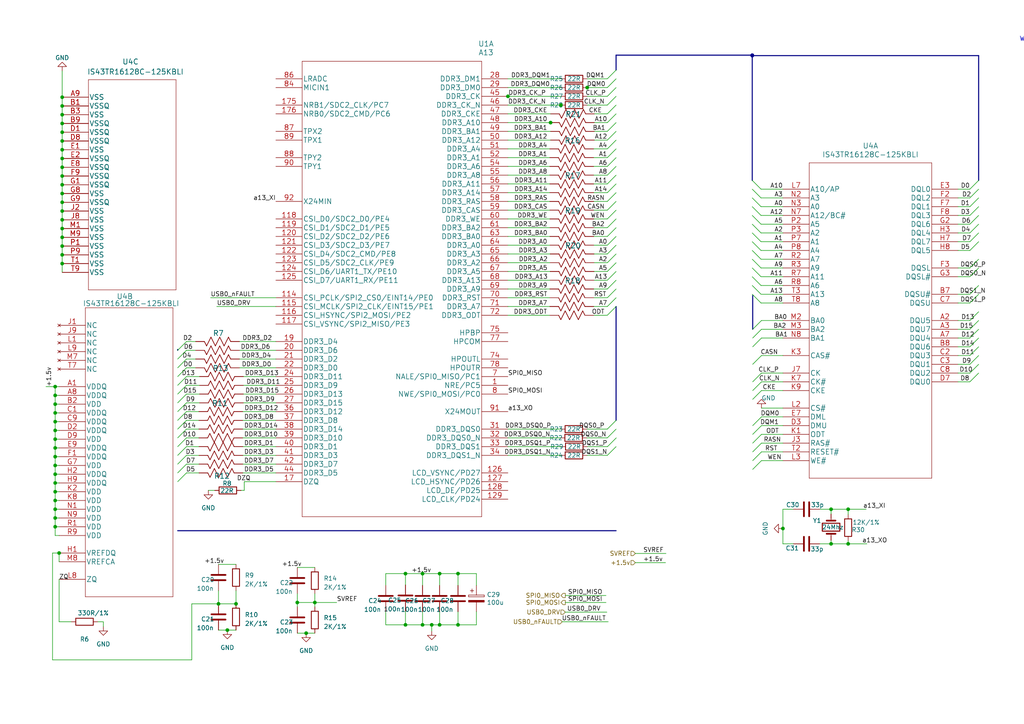
<source format=kicad_sch>
(kicad_sch (version 20210621) (generator eeschema)
  (paper "A4")
  (title_block (title "srvant-board MK1") (date "2021-07-14") (rev "rev-0.1dev"))
  (junction (at 16.002 112.141) (diameter 0.9144))
  (junction (at 16.002 114.681) (diameter 0.9144))
  (junction (at 16.002 117.221) (diameter 0.9144))
  (junction (at 16.002 119.761) (diameter 0.9144))
  (junction (at 16.002 122.301) (diameter 0.9144))
  (junction (at 16.002 124.841) (diameter 0.9144))
  (junction (at 16.002 127.381) (diameter 0.9144))
  (junction (at 16.002 129.921) (diameter 0.9144))
  (junction (at 16.002 132.461) (diameter 0.9144))
  (junction (at 16.002 135.001) (diameter 0.9144))
  (junction (at 16.002 137.541) (diameter 0.9144))
  (junction (at 16.002 140.081) (diameter 0.9144))
  (junction (at 16.002 142.621) (diameter 0.9144))
  (junction (at 16.002 145.161) (diameter 0.9144))
  (junction (at 16.002 147.701) (diameter 0.9144))
  (junction (at 16.002 150.241) (diameter 0.9144))
  (junction (at 16.002 152.781) (diameter 0.9144))
  (junction (at 17.145 160.401) (diameter 0.9144))
  (junction (at 18.034 28.194) (diameter 0.9144))
  (junction (at 18.034 30.734) (diameter 0.9144))
  (junction (at 18.034 33.274) (diameter 0.9144))
  (junction (at 18.034 35.814) (diameter 0.9144))
  (junction (at 18.034 38.354) (diameter 0.9144))
  (junction (at 18.034 40.894) (diameter 0.9144))
  (junction (at 18.034 43.434) (diameter 0.9144))
  (junction (at 18.034 45.974) (diameter 0.9144))
  (junction (at 18.034 48.514) (diameter 0.9144))
  (junction (at 18.034 51.054) (diameter 0.9144))
  (junction (at 18.034 53.594) (diameter 0.9144))
  (junction (at 18.034 56.134) (diameter 0.9144))
  (junction (at 18.034 58.674) (diameter 0.9144))
  (junction (at 18.034 61.214) (diameter 0.9144))
  (junction (at 18.034 63.754) (diameter 0.9144))
  (junction (at 18.034 66.294) (diameter 0.9144))
  (junction (at 18.034 68.834) (diameter 0.9144))
  (junction (at 18.034 71.374) (diameter 0.9144))
  (junction (at 18.034 73.914) (diameter 0.9144))
  (junction (at 18.034 76.454) (diameter 0.9144))
  (junction (at 63.373 175.133) (diameter 0.9144))
  (junction (at 65.9384 182.753) (diameter 0.9144))
  (junction (at 68.453 175.133) (diameter 0.9144))
  (junction (at 86.233 174.752) (diameter 0.9144))
  (junction (at 88.7984 183.642) (diameter 0.9144))
  (junction (at 91.313 174.752) (diameter 0.9144))
  (junction (at 117.602 166.37) (diameter 0.9144))
  (junction (at 117.602 181.229) (diameter 0.9144))
  (junction (at 122.555 166.37) (diameter 0.9144))
  (junction (at 122.555 181.229) (diameter 0.9144))
  (junction (at 125.222 181.229) (diameter 0.9144))
  (junction (at 127.508 166.37) (diameter 0.9144))
  (junction (at 127.508 181.229) (diameter 0.9144))
  (junction (at 132.842 166.37) (diameter 0.9144))
  (junction (at 132.842 181.229) (diameter 0.9144))
  (junction (at 147.32 27.94) (diameter 0.9144))
  (junction (at 159.6898 35.56) (diameter 0.9144))
  (junction (at 162.687 30.48) (diameter 0.9144))
  (junction (at 170.307 25.4) (diameter 0.9144))
  (junction (at 227.076 153.289) (diameter 0.9144))
  (junction (at 241.046 147.701) (diameter 0.9144))
  (junction (at 241.046 157.734) (diameter 0.9144))
  (junction (at 245.999 147.701) (diameter 0.9144))
  (junction (at 245.999 157.734) (diameter 0.9144))
  (junction (at 218.186 16.002) (diameter 0.9144))
  (junction (at 218.186 16.129) (diameter 0.9144))
  (bus_entry (at 51.5366 101.6) (size 2.54 -2.54) (stroke (width 0.1524)))
  (bus_entry (at 51.5366 104.14) (size 2.54 -2.54) (stroke (width 0.1524)))
  (bus_entry (at 51.5366 106.68) (size 2.54 -2.54) (stroke (width 0.1524)))
  (bus_entry (at 51.5366 109.22) (size 2.54 -2.54) (stroke (width 0.1524)))
  (bus_entry (at 51.5366 111.76) (size 2.54 -2.54) (stroke (width 0.1524)))
  (bus_entry (at 51.5366 114.3) (size 2.54 -2.54) (stroke (width 0.1524)))
  (bus_entry (at 51.5366 116.84) (size 2.54 -2.54) (stroke (width 0.1524)))
  (bus_entry (at 51.5366 119.38) (size 2.54 -2.54) (stroke (width 0.1524)))
  (bus_entry (at 51.5366 121.92) (size 2.54 -2.54) (stroke (width 0.1524)))
  (bus_entry (at 51.5366 124.46) (size 2.54 -2.54) (stroke (width 0.1524)))
  (bus_entry (at 51.5366 127) (size 2.54 -2.54) (stroke (width 0.1524)))
  (bus_entry (at 51.5366 129.54) (size 2.54 -2.54) (stroke (width 0.1524)))
  (bus_entry (at 51.5366 132.08) (size 2.54 -2.54) (stroke (width 0.1524)))
  (bus_entry (at 51.5366 134.62) (size 2.54 -2.54) (stroke (width 0.1524)))
  (bus_entry (at 51.5366 137.16) (size 2.54 -2.54) (stroke (width 0.1524)))
  (bus_entry (at 51.5366 139.7) (size 2.54 -2.54) (stroke (width 0.1524)))
  (bus_entry (at 176.149 22.86) (size 2.54 -2.54) (stroke (width 0.1524)))
  (bus_entry (at 176.149 25.4) (size 2.54 -2.54) (stroke (width 0.1524)))
  (bus_entry (at 176.149 27.94) (size 2.54 -2.54) (stroke (width 0.1524)))
  (bus_entry (at 176.149 30.48) (size 2.54 -2.54) (stroke (width 0.1524)))
  (bus_entry (at 176.149 33.02) (size 2.54 -2.54) (stroke (width 0.1524)))
  (bus_entry (at 176.149 35.56) (size 2.54 -2.54) (stroke (width 0.1524)))
  (bus_entry (at 176.149 38.1) (size 2.54 -2.54) (stroke (width 0.1524)))
  (bus_entry (at 176.149 40.64) (size 2.54 -2.54) (stroke (width 0.1524)))
  (bus_entry (at 176.149 43.18) (size 2.54 -2.54) (stroke (width 0.1524)))
  (bus_entry (at 176.149 45.72) (size 2.54 -2.54) (stroke (width 0.1524)))
  (bus_entry (at 176.149 48.26) (size 2.54 -2.54) (stroke (width 0.1524)))
  (bus_entry (at 176.149 50.8) (size 2.54 -2.54) (stroke (width 0.1524)))
  (bus_entry (at 176.149 53.34) (size 2.54 -2.54) (stroke (width 0.1524)))
  (bus_entry (at 176.149 55.88) (size 2.54 -2.54) (stroke (width 0.1524)))
  (bus_entry (at 176.149 71.12) (size 2.54 -2.54) (stroke (width 0.1524)))
  (bus_entry (at 176.149 73.66) (size 2.54 -2.54) (stroke (width 0.1524)))
  (bus_entry (at 176.149 76.2) (size 2.54 -2.54) (stroke (width 0.1524)))
  (bus_entry (at 176.149 78.74) (size 2.54 -2.54) (stroke (width 0.1524)))
  (bus_entry (at 176.149 81.28) (size 2.54 -2.54) (stroke (width 0.1524)))
  (bus_entry (at 176.149 83.82) (size 2.54 -2.54) (stroke (width 0.1524)))
  (bus_entry (at 176.149 88.9) (size 2.54 -2.54) (stroke (width 0.1524)))
  (bus_entry (at 176.149 124.46) (size 2.54 -2.54) (stroke (width 0.1524)))
  (bus_entry (at 176.149 127) (size 2.54 -2.54) (stroke (width 0.1524)))
  (bus_entry (at 176.149 132.08) (size 2.54 -2.54) (stroke (width 0.1524)))
  (bus_entry (at 176.1998 129.54) (size 2.54 -2.54) (stroke (width 0.1524)))
  (bus_entry (at 178.689 55.88) (size -2.54 2.54) (stroke (width 0.1524)))
  (bus_entry (at 178.689 58.42) (size -2.54 2.54) (stroke (width 0.1524)))
  (bus_entry (at 178.689 60.96) (size -2.54 2.54) (stroke (width 0.1524)))
  (bus_entry (at 178.689 63.5) (size -2.54 2.54) (stroke (width 0.1524)))
  (bus_entry (at 178.689 66.04) (size -2.54 2.54) (stroke (width 0.1524)))
  (bus_entry (at 178.689 83.82) (size -2.54 2.54) (stroke (width 0.1524)))
  (bus_entry (at 178.689 88.9) (size -2.54 2.54) (stroke (width 0.1524)))
  (bus_entry (at 218.186 52.324) (size 2.54 2.54) (stroke (width 0.1524)))
  (bus_entry (at 218.186 54.864) (size 2.54 2.54) (stroke (width 0.1524)))
  (bus_entry (at 218.186 57.404) (size 2.54 2.54) (stroke (width 0.1524)))
  (bus_entry (at 218.186 59.944) (size 2.54 2.54) (stroke (width 0.1524)))
  (bus_entry (at 218.186 62.484) (size 2.54 2.54) (stroke (width 0.1524)))
  (bus_entry (at 218.186 65.024) (size 2.54 2.54) (stroke (width 0.1524)))
  (bus_entry (at 218.186 67.564) (size 2.54 2.54) (stroke (width 0.1524)))
  (bus_entry (at 218.186 70.104) (size 2.54 2.54) (stroke (width 0.1524)))
  (bus_entry (at 218.186 72.644) (size 2.54 2.54) (stroke (width 0.1524)))
  (bus_entry (at 218.186 75.184) (size 2.54 2.54) (stroke (width 0.1524)))
  (bus_entry (at 218.186 77.724) (size 2.54 2.54) (stroke (width 0.1524)))
  (bus_entry (at 218.186 80.264) (size 2.54 2.54) (stroke (width 0.1524)))
  (bus_entry (at 218.186 82.804) (size 2.54 2.54) (stroke (width 0.1524)))
  (bus_entry (at 218.186 85.344) (size 2.54 2.54) (stroke (width 0.1524)))
  (bus_entry (at 218.313 95.504) (size 2.54 -2.54) (stroke (width 0.1524)))
  (bus_entry (at 218.313 98.044) (size 2.54 -2.54) (stroke (width 0.1524)))
  (bus_entry (at 218.313 100.584) (size 2.54 -2.54) (stroke (width 0.1524)))
  (bus_entry (at 218.313 105.664) (size 2.54 -2.54) (stroke (width 0.1524)))
  (bus_entry (at 218.313 110.744) (size 2.54 -2.54) (stroke (width 0.1524)))
  (bus_entry (at 218.313 113.284) (size 2.54 -2.54) (stroke (width 0.1524)))
  (bus_entry (at 218.313 115.824) (size 2.54 -2.54) (stroke (width 0.1524)))
  (bus_entry (at 218.313 123.444) (size 2.54 -2.54) (stroke (width 0.1524)))
  (bus_entry (at 218.313 125.984) (size 2.54 -2.54) (stroke (width 0.1524)))
  (bus_entry (at 218.313 128.524) (size 2.54 -2.54) (stroke (width 0.1524)))
  (bus_entry (at 218.313 131.064) (size 2.54 -2.54) (stroke (width 0.1524)))
  (bus_entry (at 218.313 133.604) (size 2.54 -2.54) (stroke (width 0.1524)))
  (bus_entry (at 218.313 136.144) (size 2.54 -2.54) (stroke (width 0.1524)))
  (bus_entry (at 281.305 54.864) (size 2.54 -2.54) (stroke (width 0.1524)))
  (bus_entry (at 281.305 57.404) (size 2.54 -2.54) (stroke (width 0.1524)))
  (bus_entry (at 281.305 59.944) (size 2.54 -2.54) (stroke (width 0.1524)))
  (bus_entry (at 281.305 62.484) (size 2.54 -2.54) (stroke (width 0.1524)))
  (bus_entry (at 281.305 65.024) (size 2.54 -2.54) (stroke (width 0.1524)))
  (bus_entry (at 281.305 67.564) (size 2.54 -2.54) (stroke (width 0.1524)))
  (bus_entry (at 281.305 70.104) (size 2.54 -2.54) (stroke (width 0.1524)))
  (bus_entry (at 281.305 72.644) (size 2.54 -2.54) (stroke (width 0.1524)))
  (bus_entry (at 281.305 77.724) (size 2.54 -2.54) (stroke (width 0.1524)))
  (bus_entry (at 281.305 80.264) (size 2.54 -2.54) (stroke (width 0.1524)))
  (bus_entry (at 281.305 85.344) (size 2.54 -2.54) (stroke (width 0.1524)))
  (bus_entry (at 281.305 87.884) (size 2.54 -2.54) (stroke (width 0.1524)))
  (bus_entry (at 281.305 92.964) (size 2.54 -2.54) (stroke (width 0.1524)))
  (bus_entry (at 281.305 95.504) (size 2.54 -2.54) (stroke (width 0.1524)))
  (bus_entry (at 281.305 98.044) (size 2.54 -2.54) (stroke (width 0.1524)))
  (bus_entry (at 281.305 100.584) (size 2.54 -2.54) (stroke (width 0.1524)))
  (bus_entry (at 281.305 103.124) (size 2.54 -2.54) (stroke (width 0.1524)))
  (bus_entry (at 281.305 105.664) (size 2.54 -2.54) (stroke (width 0.1524)))
  (bus_entry (at 281.305 108.204) (size 2.54 -2.54) (stroke (width 0.1524)))
  (bus_entry (at 281.305 110.744) (size 2.54 -2.54) (stroke (width 0.1524)))
  (wire (pts (xy 13.335 112.141) (xy 16.002 112.141)))
  (wire (pts (xy 15.24 160.401) (xy 15.24 191.389)))
  (wire (pts (xy 15.24 191.389) (xy 55.626 191.389)))
  (wire (pts (xy 16.002 112.141) (xy 17.145 112.141)))
  (wire (pts (xy 16.002 114.681) (xy 16.002 112.141)))
  (wire (pts (xy 16.002 114.681) (xy 17.145 114.681)))
  (wire (pts (xy 16.002 117.221) (xy 16.002 114.681)))
  (wire (pts (xy 16.002 117.221) (xy 17.145 117.221)))
  (wire (pts (xy 16.002 119.761) (xy 16.002 117.221)))
  (wire (pts (xy 16.002 119.761) (xy 17.145 119.761)))
  (wire (pts (xy 16.002 122.301) (xy 16.002 119.761)))
  (wire (pts (xy 16.002 122.301) (xy 17.145 122.301)))
  (wire (pts (xy 16.002 124.841) (xy 16.002 122.301)))
  (wire (pts (xy 16.002 124.841) (xy 17.145 124.841)))
  (wire (pts (xy 16.002 127.381) (xy 16.002 124.841)))
  (wire (pts (xy 16.002 127.381) (xy 17.145 127.381)))
  (wire (pts (xy 16.002 129.921) (xy 16.002 127.381)))
  (wire (pts (xy 16.002 129.921) (xy 17.145 129.921)))
  (wire (pts (xy 16.002 132.461) (xy 16.002 129.921)))
  (wire (pts (xy 16.002 132.461) (xy 17.145 132.461)))
  (wire (pts (xy 16.002 135.001) (xy 16.002 132.461)))
  (wire (pts (xy 16.002 135.001) (xy 17.145 135.001)))
  (wire (pts (xy 16.002 137.541) (xy 16.002 135.001)))
  (wire (pts (xy 16.002 137.541) (xy 17.145 137.541)))
  (wire (pts (xy 16.002 140.081) (xy 16.002 137.541)))
  (wire (pts (xy 16.002 140.081) (xy 17.145 140.081)))
  (wire (pts (xy 16.002 142.621) (xy 16.002 140.081)))
  (wire (pts (xy 16.002 142.621) (xy 17.145 142.621)))
  (wire (pts (xy 16.002 145.161) (xy 16.002 142.621)))
  (wire (pts (xy 16.002 145.161) (xy 17.145 145.161)))
  (wire (pts (xy 16.002 147.701) (xy 16.002 145.161)))
  (wire (pts (xy 16.002 147.701) (xy 17.145 147.701)))
  (wire (pts (xy 16.002 150.241) (xy 16.002 147.701)))
  (wire (pts (xy 16.002 150.241) (xy 17.145 150.241)))
  (wire (pts (xy 16.002 152.781) (xy 16.002 150.241)))
  (wire (pts (xy 16.002 152.781) (xy 17.145 152.781)))
  (wire (pts (xy 16.002 155.321) (xy 16.002 152.781)))
  (wire (pts (xy 17.145 155.321) (xy 16.002 155.321)))
  (wire (pts (xy 17.145 160.401) (xy 15.24 160.401)))
  (wire (pts (xy 17.145 162.941) (xy 17.145 160.401)))
  (wire (pts (xy 17.145 180.34) (xy 17.145 168.021)))
  (wire (pts (xy 18.034 20.574) (xy 18.034 28.194)))
  (wire (pts (xy 18.034 28.194) (xy 18.034 30.734)))
  (wire (pts (xy 18.034 30.734) (xy 18.034 33.274)))
  (wire (pts (xy 18.034 33.274) (xy 18.034 35.814)))
  (wire (pts (xy 18.034 35.814) (xy 18.034 38.354)))
  (wire (pts (xy 18.034 38.354) (xy 18.034 40.894)))
  (wire (pts (xy 18.034 40.894) (xy 18.034 43.434)))
  (wire (pts (xy 18.034 43.434) (xy 18.034 45.974)))
  (wire (pts (xy 18.034 45.974) (xy 18.034 48.514)))
  (wire (pts (xy 18.034 48.514) (xy 18.034 51.054)))
  (wire (pts (xy 18.034 51.054) (xy 18.034 53.594)))
  (wire (pts (xy 18.034 53.594) (xy 18.034 56.134)))
  (wire (pts (xy 18.034 56.134) (xy 18.034 58.674)))
  (wire (pts (xy 18.034 58.674) (xy 18.034 61.214)))
  (wire (pts (xy 18.034 61.214) (xy 18.034 63.754)))
  (wire (pts (xy 18.034 63.754) (xy 18.034 66.294)))
  (wire (pts (xy 18.034 66.294) (xy 18.034 68.834)))
  (wire (pts (xy 18.034 68.834) (xy 18.034 71.374)))
  (wire (pts (xy 18.034 71.374) (xy 18.034 73.914)))
  (wire (pts (xy 18.034 73.914) (xy 18.034 76.454)))
  (wire (pts (xy 18.034 76.454) (xy 18.034 78.994)))
  (wire (pts (xy 20.701 180.34) (xy 17.145 180.34)))
  (wire (pts (xy 28.321 180.34) (xy 29.972 180.34)))
  (wire (pts (xy 29.972 180.34) (xy 29.972 181.737)))
  (wire (pts (xy 54.0766 99.06) (xy 56.7436 99.06)))
  (wire (pts (xy 54.0766 101.6) (xy 56.7436 101.6)))
  (wire (pts (xy 54.0766 104.14) (xy 56.7436 104.14)))
  (wire (pts (xy 54.0766 106.68) (xy 56.7436 106.68)))
  (wire (pts (xy 54.0766 109.22) (xy 57.8866 109.22)))
  (wire (pts (xy 54.0766 111.76) (xy 57.8866 111.76)))
  (wire (pts (xy 54.0766 114.3) (xy 57.8866 114.3)))
  (wire (pts (xy 54.0766 116.84) (xy 57.8866 116.84)))
  (wire (pts (xy 54.0766 119.38) (xy 57.6834 119.38)))
  (wire (pts (xy 54.0766 121.92) (xy 57.6834 121.92)))
  (wire (pts (xy 54.0766 124.46) (xy 57.6834 124.46)))
  (wire (pts (xy 54.0766 127) (xy 57.6834 127)))
  (wire (pts (xy 54.0766 129.54) (xy 57.7342 129.54)))
  (wire (pts (xy 54.0766 132.08) (xy 57.7342 132.08)))
  (wire (pts (xy 54.0766 134.62) (xy 57.7342 134.62)))
  (wire (pts (xy 54.0766 137.16) (xy 57.7342 137.16)))
  (wire (pts (xy 55.626 175.133) (xy 63.373 175.133)))
  (wire (pts (xy 55.626 191.389) (xy 55.626 175.133)))
  (wire (pts (xy 60.4266 142.24) (xy 62.2808 142.24)))
  (wire (pts (xy 61.087 86.36) (xy 80.01 86.36)))
  (wire (pts (xy 63.373 163.703) (xy 68.453 163.703)))
  (wire (pts (xy 63.373 171.323) (xy 63.373 175.133)))
  (wire (pts (xy 63.373 175.133) (xy 68.453 175.133)))
  (wire (pts (xy 63.373 182.753) (xy 65.9384 182.753)))
  (wire (pts (xy 65.9384 182.753) (xy 68.453 182.753)))
  (wire (pts (xy 68.453 171.323) (xy 68.453 175.133)))
  (wire (pts (xy 69.4436 99.06) (xy 80.01 99.06)))
  (wire (pts (xy 69.4436 101.6) (xy 80.01 101.6)))
  (wire (pts (xy 69.4436 104.14) (xy 80.01 104.14)))
  (wire (pts (xy 69.4436 106.68) (xy 80.01 106.68)))
  (wire (pts (xy 69.9008 142.24) (xy 70.8406 142.24)))
  (wire (pts (xy 70.3834 119.38) (xy 80.01 119.38)))
  (wire (pts (xy 70.3834 121.92) (xy 80.01 121.92)))
  (wire (pts (xy 70.3834 124.46) (xy 80.01 124.46)))
  (wire (pts (xy 70.3834 127) (xy 80.01 127)))
  (wire (pts (xy 70.4342 129.54) (xy 80.01 129.54)))
  (wire (pts (xy 70.4342 132.08) (xy 80.01 132.08)))
  (wire (pts (xy 70.4342 134.62) (xy 80.01 134.62)))
  (wire (pts (xy 70.4342 137.16) (xy 80.01 137.16)))
  (wire (pts (xy 70.5866 109.22) (xy 80.01 109.22)))
  (wire (pts (xy 70.5866 111.76) (xy 80.01 111.76)))
  (wire (pts (xy 70.5866 114.3) (xy 80.01 114.3)))
  (wire (pts (xy 70.5866 116.84) (xy 80.01 116.84)))
  (wire (pts (xy 70.8406 139.7) (xy 70.8406 142.24)))
  (wire (pts (xy 70.8406 139.7) (xy 80.01 139.7)))
  (wire (pts (xy 80.01 88.9) (xy 62.865 88.9)))
  (wire (pts (xy 86.233 164.592) (xy 91.313 164.592)))
  (wire (pts (xy 86.233 172.212) (xy 86.233 174.752)))
  (wire (pts (xy 86.233 174.752) (xy 86.233 176.022)))
  (wire (pts (xy 86.233 174.752) (xy 91.313 174.752)))
  (wire (pts (xy 86.233 183.642) (xy 88.7984 183.642)))
  (wire (pts (xy 88.7984 183.642) (xy 91.313 183.642)))
  (wire (pts (xy 91.313 172.212) (xy 91.313 174.752)))
  (wire (pts (xy 91.313 174.752) (xy 91.313 176.022)))
  (wire (pts (xy 91.313 174.752) (xy 97.663 174.752)))
  (wire (pts (xy 111.887 166.37) (xy 117.602 166.37)))
  (wire (pts (xy 111.887 169.799) (xy 111.887 166.37)))
  (wire (pts (xy 111.887 177.419) (xy 111.887 181.229)))
  (wire (pts (xy 111.887 181.229) (xy 117.602 181.229)))
  (wire (pts (xy 117.602 166.37) (xy 117.602 169.672)))
  (wire (pts (xy 117.602 166.37) (xy 122.555 166.37)))
  (wire (pts (xy 117.602 177.292) (xy 117.602 181.229)))
  (wire (pts (xy 117.602 181.229) (xy 122.555 181.229)))
  (wire (pts (xy 122.555 166.37) (xy 122.555 169.799)))
  (wire (pts (xy 122.555 166.37) (xy 127.508 166.37)))
  (wire (pts (xy 122.555 177.419) (xy 122.555 181.229)))
  (wire (pts (xy 122.555 181.229) (xy 125.222 181.229)))
  (wire (pts (xy 125.222 181.229) (xy 125.222 183.007)))
  (wire (pts (xy 125.222 181.229) (xy 127.508 181.229)))
  (wire (pts (xy 127.508 166.37) (xy 127.508 169.799)))
  (wire (pts (xy 127.508 166.37) (xy 132.842 166.37)))
  (wire (pts (xy 127.508 177.419) (xy 127.508 181.229)))
  (wire (pts (xy 127.508 181.229) (xy 132.842 181.229)))
  (wire (pts (xy 132.842 166.37) (xy 132.842 169.799)))
  (wire (pts (xy 132.842 166.37) (xy 138.176 166.37)))
  (wire (pts (xy 132.842 177.419) (xy 132.842 181.229)))
  (wire (pts (xy 132.842 181.229) (xy 138.176 181.229)))
  (wire (pts (xy 138.176 166.37) (xy 138.176 169.799)))
  (wire (pts (xy 138.176 181.229) (xy 138.176 177.419)))
  (wire (pts (xy 147.193 27.94) (xy 147.32 27.94)))
  (wire (pts (xy 147.32 22.86) (xy 162.687 22.86)))
  (wire (pts (xy 147.32 25.4) (xy 162.687 25.4)))
  (wire (pts (xy 147.32 27.94) (xy 162.687 27.94)))
  (wire (pts (xy 147.32 30.48) (xy 162.687 30.48)))
  (wire (pts (xy 147.32 33.02) (xy 159.6898 33.02)))
  (wire (pts (xy 147.32 35.56) (xy 159.6898 35.56)))
  (wire (pts (xy 147.32 38.1) (xy 159.6898 38.1)))
  (wire (pts (xy 147.32 40.64) (xy 159.6898 40.64)))
  (wire (pts (xy 147.32 43.18) (xy 159.4612 43.18)))
  (wire (pts (xy 147.32 45.72) (xy 159.4612 45.72)))
  (wire (pts (xy 147.32 48.26) (xy 159.4612 48.26)))
  (wire (pts (xy 147.32 50.8) (xy 159.4612 50.8)))
  (wire (pts (xy 147.32 53.34) (xy 159.4866 53.34)))
  (wire (pts (xy 147.32 55.88) (xy 159.4866 55.88)))
  (wire (pts (xy 147.32 58.42) (xy 159.4866 58.42)))
  (wire (pts (xy 147.32 60.96) (xy 159.4866 60.96)))
  (wire (pts (xy 147.32 63.5) (xy 159.512 63.5)))
  (wire (pts (xy 147.32 66.04) (xy 159.512 66.04)))
  (wire (pts (xy 147.32 68.58) (xy 159.512 68.58)))
  (wire (pts (xy 147.32 71.12) (xy 159.512 71.12)))
  (wire (pts (xy 147.32 73.66) (xy 159.5882 73.66)))
  (wire (pts (xy 147.32 76.2) (xy 159.5882 76.2)))
  (wire (pts (xy 147.32 78.74) (xy 159.5882 78.74)))
  (wire (pts (xy 147.32 81.28) (xy 159.5882 81.28)))
  (wire (pts (xy 147.32 83.82) (xy 159.4866 83.82)))
  (wire (pts (xy 147.32 86.36) (xy 159.4866 86.36)))
  (wire (pts (xy 147.32 88.9) (xy 159.4866 88.9)))
  (wire (pts (xy 147.32 91.44) (xy 159.4866 91.44)))
  (wire (pts (xy 147.32 124.46) (xy 162.6362 124.46)))
  (wire (pts (xy 147.32 127) (xy 162.56 127)))
  (wire (pts (xy 147.32 129.54) (xy 162.7632 129.54)))
  (wire (pts (xy 147.32 132.08) (xy 162.6616 132.08)))
  (wire (pts (xy 159.7152 35.56) (xy 159.6898 35.56)))
  (wire (pts (xy 162.687 30.48) (xy 162.941 30.48)))
  (wire (pts (xy 163.068 180.34) (xy 176.403 180.34)))
  (wire (pts (xy 163.957 172.72) (xy 175.768 172.72)))
  (wire (pts (xy 163.957 174.752) (xy 175.768 174.752)))
  (wire (pts (xy 163.957 177.546) (xy 176.022 177.546)))
  (wire (pts (xy 170.18 127) (xy 176.149 127)))
  (wire (pts (xy 170.2562 124.46) (xy 176.149 124.46)))
  (wire (pts (xy 170.2816 25.4) (xy 170.307 25.4)))
  (wire (pts (xy 170.2816 132.08) (xy 176.149 132.08)))
  (wire (pts (xy 170.307 22.86) (xy 176.149 22.86)))
  (wire (pts (xy 170.307 25.4) (xy 176.149 25.4)))
  (wire (pts (xy 170.307 27.94) (xy 176.149 27.94)))
  (wire (pts (xy 170.307 30.48) (xy 176.149 30.48)))
  (wire (pts (xy 170.3832 129.54) (xy 176.1998 129.54)))
  (wire (pts (xy 172.1612 43.18) (xy 176.149 43.18)))
  (wire (pts (xy 172.1612 45.72) (xy 176.149 45.72)))
  (wire (pts (xy 172.1612 48.26) (xy 176.149 48.26)))
  (wire (pts (xy 172.1612 50.8) (xy 176.149 50.8)))
  (wire (pts (xy 172.1866 53.34) (xy 176.149 53.34)))
  (wire (pts (xy 172.1866 55.88) (xy 176.149 55.88)))
  (wire (pts (xy 172.1866 58.42) (xy 176.149 58.42)))
  (wire (pts (xy 172.1866 60.96) (xy 176.149 60.96)))
  (wire (pts (xy 172.1866 83.82) (xy 176.149 83.82)))
  (wire (pts (xy 172.1866 86.36) (xy 176.149 86.36)))
  (wire (pts (xy 172.1866 88.9) (xy 176.149 88.9)))
  (wire (pts (xy 172.1866 91.44) (xy 176.149 91.44)))
  (wire (pts (xy 172.212 63.5) (xy 176.149 63.5)))
  (wire (pts (xy 172.212 66.04) (xy 176.149 66.04)))
  (wire (pts (xy 172.212 68.58) (xy 176.149 68.58)))
  (wire (pts (xy 172.212 71.12) (xy 176.149 71.12)))
  (wire (pts (xy 172.2882 73.66) (xy 176.149 73.66)))
  (wire (pts (xy 172.2882 76.2) (xy 176.149 76.2)))
  (wire (pts (xy 172.2882 78.74) (xy 176.149 78.74)))
  (wire (pts (xy 172.2882 81.28) (xy 176.149 81.28)))
  (wire (pts (xy 172.3898 33.02) (xy 176.149 33.02)))
  (wire (pts (xy 172.3898 35.56) (xy 176.149 35.56)))
  (wire (pts (xy 172.3898 38.1) (xy 176.149 38.1)))
  (wire (pts (xy 172.3898 40.64) (xy 176.149 40.64)))
  (wire (pts (xy 184.277 160.528) (xy 193.167 160.528)))
  (wire (pts (xy 184.277 163.195) (xy 193.04 163.195)))
  (wire (pts (xy 220.726 54.864) (xy 227.076 54.864)))
  (wire (pts (xy 220.726 57.404) (xy 227.076 57.404)))
  (wire (pts (xy 220.726 59.944) (xy 227.076 59.944)))
  (wire (pts (xy 220.726 62.484) (xy 227.076 62.484)))
  (wire (pts (xy 220.726 65.024) (xy 227.076 65.024)))
  (wire (pts (xy 220.726 67.564) (xy 227.076 67.564)))
  (wire (pts (xy 220.726 70.104) (xy 227.076 70.104)))
  (wire (pts (xy 220.726 72.644) (xy 227.076 72.644)))
  (wire (pts (xy 220.726 75.184) (xy 227.076 75.184)))
  (wire (pts (xy 220.726 77.724) (xy 227.076 77.724)))
  (wire (pts (xy 220.726 80.264) (xy 227.076 80.264)))
  (wire (pts (xy 220.726 82.804) (xy 227.076 82.804)))
  (wire (pts (xy 220.726 85.344) (xy 227.076 85.344)))
  (wire (pts (xy 220.726 87.884) (xy 227.076 87.884)))
  (wire (pts (xy 220.853 92.964) (xy 227.076 92.964)))
  (wire (pts (xy 220.853 95.504) (xy 227.076 95.504)))
  (wire (pts (xy 220.853 98.044) (xy 227.076 98.044)))
  (wire (pts (xy 220.853 103.124) (xy 227.076 103.124)))
  (wire (pts (xy 220.853 108.204) (xy 227.076 108.204)))
  (wire (pts (xy 220.853 110.744) (xy 227.076 110.744)))
  (wire (pts (xy 220.853 113.284) (xy 227.076 113.284)))
  (wire (pts (xy 220.853 118.364) (xy 227.076 118.364)))
  (wire (pts (xy 220.853 120.904) (xy 227.076 120.904)))
  (wire (pts (xy 220.853 123.444) (xy 227.076 123.444)))
  (wire (pts (xy 220.853 125.984) (xy 227.076 125.984)))
  (wire (pts (xy 220.853 128.524) (xy 227.076 128.524)))
  (wire (pts (xy 220.853 131.064) (xy 227.076 131.064)))
  (wire (pts (xy 220.853 133.604) (xy 227.076 133.604)))
  (wire (pts (xy 227.076 147.701) (xy 230.124 147.701)))
  (wire (pts (xy 227.076 153.289) (xy 227.076 147.701)))
  (wire (pts (xy 227.076 157.734) (xy 227.076 153.289)))
  (wire (pts (xy 230.124 157.734) (xy 227.076 157.734)))
  (wire (pts (xy 237.744 147.701) (xy 241.046 147.701)))
  (wire (pts (xy 237.744 157.734) (xy 241.046 157.734)))
  (wire (pts (xy 241.046 147.701) (xy 241.046 149.098)))
  (wire (pts (xy 241.046 157.734) (xy 241.046 156.718)))
  (wire (pts (xy 241.046 157.734) (xy 245.999 157.734)))
  (wire (pts (xy 245.999 147.701) (xy 241.046 147.701)))
  (wire (pts (xy 245.999 147.701) (xy 251.206 147.701)))
  (wire (pts (xy 245.999 149.225) (xy 245.999 147.701)))
  (wire (pts (xy 245.999 157.734) (xy 245.999 156.845)))
  (wire (pts (xy 245.999 157.734) (xy 251.46 157.734)))
  (wire (pts (xy 277.876 54.864) (xy 281.305 54.864)))
  (wire (pts (xy 277.876 57.404) (xy 281.305 57.404)))
  (wire (pts (xy 277.876 59.944) (xy 281.305 59.944)))
  (wire (pts (xy 277.876 62.484) (xy 281.305 62.484)))
  (wire (pts (xy 277.876 65.024) (xy 281.305 65.024)))
  (wire (pts (xy 277.876 67.564) (xy 281.305 67.564)))
  (wire (pts (xy 277.876 70.104) (xy 281.305 70.104)))
  (wire (pts (xy 277.876 72.644) (xy 281.305 72.644)))
  (wire (pts (xy 277.876 77.724) (xy 281.305 77.724)))
  (wire (pts (xy 277.876 80.264) (xy 281.305 80.264)))
  (wire (pts (xy 277.876 85.344) (xy 281.305 85.344)))
  (wire (pts (xy 277.876 87.884) (xy 281.305 87.884)))
  (wire (pts (xy 277.876 92.964) (xy 281.305 92.964)))
  (wire (pts (xy 277.876 95.504) (xy 281.305 95.504)))
  (wire (pts (xy 277.876 98.044) (xy 281.305 98.044)))
  (wire (pts (xy 277.876 100.584) (xy 281.305 100.584)))
  (wire (pts (xy 277.876 103.124) (xy 281.305 103.124)))
  (wire (pts (xy 277.876 105.664) (xy 281.305 105.664)))
  (wire (pts (xy 277.876 108.204) (xy 281.305 108.204)))
  (wire (pts (xy 277.876 110.744) (xy 281.305 110.744)))
  (bus (pts (xy 51.5366 101.346) (xy 51.5366 153.924)))
  (bus (pts (xy 51.5366 153.924) (xy 178.689 153.924)))
  (bus (pts (xy 178.689 16.002) (xy 178.689 88.9)) (stroke (width 0.3)))
  (bus (pts (xy 178.689 16.002) (xy 218.186 16.002)))
  (bus (pts (xy 178.689 88.9) (xy 178.689 153.924)))
  (bus (pts (xy 218.186 15.875) (xy 218.186 16.002)) (stroke (width 0.3)))
  (bus (pts (xy 218.186 16.002) (xy 218.186 16.129)) (stroke (width 0.3)))
  (bus (pts (xy 218.186 16.129) (xy 218.186 85.725)) (stroke (width 0.3)))
  (bus (pts (xy 218.186 16.129) (xy 283.845 16.129)) (stroke (width 0.3)))
  (bus (pts (xy 218.313 85.725) (xy 218.313 136.144)))
  (bus (pts (xy 283.845 16.129) (xy 283.845 108.204)))
  (text "A0-A12: address input\nBA0-BA2: bank address\nDQ0-DQ15: data I/O\n\n\n\nDQ0-DQ15: data I/O, sync with DQS/DQS#\n\nLDM,UDM: data input mask (LDM masks DQ0-DQ7, UDM masks DQ8-DQ15)\n\nLDQS(#), UDQS(#) - timing for input and output. \n\nWE# - write enable, operation command in conjunction with RAS# and CAS#\n\n\ncommand group:\n\n" (at 371.094 20.32 0) (effects (font (size 1.27 1.27)) (justify right bottom)))
  (label "+1.5v" (at 15.24 112.141 90))
  (label "ZQ" (at 17.145 168.3258 0))
  (label "D4" (at 55.5498 104.14 180))
  (label "D2" (at 55.753 99.06 180))
  (label "D0" (at 55.8546 106.68 180))
  (label "D8" (at 55.8546 121.92 180))
  (label "D6" (at 55.9562 101.6 180))
  (label "D1" (at 56.3626 129.54 180))
  (label "D3" (at 56.4896 132.08 180))
  (label "D13" (at 56.5658 109.22 180))
  (label "D9" (at 56.5658 116.84 180))
  (label "D7" (at 56.6166 134.62 180))
  (label "D5" (at 56.6166 137.16 180))
  (label "D12" (at 56.8706 119.38 180))
  (label "D14" (at 56.8706 124.46 180))
  (label "D10" (at 56.8706 127 180))
  (label "D15" (at 57.0484 114.3 180))
  (label "D11" (at 57.2516 111.76 180))
  (label "USB0_DRV" (at 62.865 88.9 0))
  (label "+1.5v" (at 65.024 163.703 180))
  (label "DDR3_D6" (at 69.7738 101.6 0))
  (label "DDR3_D4" (at 70.0278 104.14 0))
  (label "DDR3_D0" (at 70.0786 106.68 0))
  (label "DDR3_D2" (at 70.2818 99.06 0))
  (label "DDR3_D8" (at 70.7644 121.92 0))
  (label "DDR3_D14" (at 70.7644 124.46 0))
  (label "DDR3_D10" (at 70.7644 127 0))
  (label "DDR3_D1" (at 70.7644 129.54 0))
  (label "DDR3_D3" (at 70.7644 132.08 0))
  (label "DDR3_D7" (at 70.7644 134.62 0))
  (label "DDR3_D5" (at 70.7644 137.16 0))
  (label "DDR3_D12" (at 70.866 119.38 0))
  (label "DDR3_D13" (at 70.993 109.22 0))
  (label "DDR3_D9" (at 71.0438 116.84 0))
  (label "DDR3_D15" (at 71.0946 114.3 0))
  (label "DDR3_D11" (at 71.4248 111.76 0))
  (label "DZQ" (at 72.6948 139.7 180))
  (label "USB0_nFAULT" (at 73.914 86.36 180))
  (label "a13_XI" (at 80.01 58.42 180))
  (label "+1.5v" (at 87.503 164.592 180))
  (label "SVREF" (at 97.663 174.752 0))
  (label "+1.5v" (at 125.095 166.37 180))
  (label "SPI0_MISO" (at 147.32 109.22 0))
  (label "SPI0_MOSI" (at 147.32 114.3 0))
  (label "a13_XO" (at 147.32 119.38 0))
  (label "DDR3_CK_P" (at 158.369 27.94 180))
  (label "DDR3_CK_N" (at 158.369 30.48 180))
  (label "DDR3_ODT" (at 158.7246 91.44 180))
  (label "DDR3_CKE" (at 158.7754 33.02 180))
  (label "DDR3_A10" (at 158.7754 35.56 180))
  (label "DDR3_BA1" (at 158.7754 38.1 180))
  (label "DDR3_A12" (at 158.7754 40.64 180))
  (label "DDR3_A4" (at 158.7754 43.18 180))
  (label "DDR3_A1" (at 158.7754 45.72 180))
  (label "DDR3_A6" (at 158.7754 48.26 180))
  (label "DDR3_A8" (at 158.7754 50.8 180))
  (label "DDR3_A0" (at 158.7754 71.12 180))
  (label "DDR3_A7" (at 158.7754 88.9 180))
  (label "DDR3_CAS" (at 158.8008 60.96 180))
  (label "DDR3_A9" (at 158.8008 83.82 180))
  (label "DDR3_RST" (at 158.8008 86.36 180))
  (label "DDR3_A14" (at 158.8262 55.88 180))
  (label "DDR3_RAS" (at 158.8262 58.42 180))
  (label "DDR3_WE" (at 158.8262 63.5 180))
  (label "DDR3_BA2" (at 158.8262 66.04 180))
  (label "DDR3_BA0" (at 158.8262 68.58 180))
  (label "DDR3_A5" (at 158.8262 78.74 180))
  (label "DDR3_A11" (at 158.8516 53.34 180))
  (label "DDR3_A3" (at 158.8516 73.66 180))
  (label "DDR3_A2" (at 158.9024 76.2 180))
  (label "DDR3_A13" (at 158.9024 81.28 180))
  (label "DDR3_DQM0" (at 159.512 25.4 180))
  (label "DDR3_DQM1" (at 159.639 22.86 180))
  (label "DDR3_DSQ0_N" (at 159.639 127 180))
  (label "DDR3_DSQ1_P" (at 159.766 129.54 180))
  (label "DDR3_DSQ1_N" (at 159.766 132.08 180))
  (label "DDR3_DSQ0_P" (at 159.893 124.46 180))
  (label "USB0_DRV" (at 174.244 177.546 180))
  (label "CKE" (at 174.625 33.02 180))
  (label "SPI0_MISO" (at 174.752 172.72 180))
  (label "SPI0_MOSI" (at 174.752 174.752 180))
  (label "DQM1" (at 175.387 22.86 180))
  (label "CLK_N" (at 175.387 30.48 180))
  (label "RASN" (at 175.387 58.42 180))
  (label "CASN" (at 175.387 60.96 180))
  (label "WEN" (at 175.387 63.5 180))
  (label "BA2" (at 175.387 66.04 180))
  (label "BA0" (at 175.387 68.58 180))
  (label "ODT" (at 175.387 91.44 180))
  (label "DQS0_P" (at 175.387 124.46 180))
  (label "DQM0" (at 175.641 25.4 180))
  (label "BA1" (at 175.641 38.1 180))
  (label "CLK_P" (at 175.768 27.94 180))
  (label "USB0_nFAULT" (at 175.768 180.34 180))
  (label "RST" (at 175.895 86.36 180))
  (label "DQS0_N" (at 175.895 127 180))
  (label "A10" (at 176.149 35.56 180))
  (label "A12" (at 176.149 40.64 180))
  (label "A4" (at 176.149 43.18 180))
  (label "A1" (at 176.149 45.72 180))
  (label "A6" (at 176.149 48.26 180))
  (label "A8" (at 176.149 50.8 180))
  (label "A11" (at 176.149 53.34 180))
  (label "A14" (at 176.149 55.88 180))
  (label "A0" (at 176.149 71.12 180))
  (label "A3" (at 176.149 73.66 180))
  (label "A2" (at 176.149 76.2 180))
  (label "A5" (at 176.149 78.74 180))
  (label "A13" (at 176.149 81.28 180))
  (label "A9" (at 176.149 83.82 180))
  (label "A7" (at 176.149 88.9 180))
  (label "DQS1_N" (at 176.149 132.08 180))
  (label "DQS1_P" (at 176.1998 129.54 180))
  (label "+1.5v" (at 192.278 163.195 180))
  (label "SVREF" (at 192.532 160.528 180))
  (label "RST" (at 221.869 131.064 0))
  (label "BA2" (at 224.282 95.504 0))
  (label "BA0" (at 224.536 92.964 0))
  (label "BA1" (at 224.79 98.044 0))
  (label "CKE" (at 225.044 113.284 180))
  (label "CASN" (at 225.679 103.124 180))
  (label "CLK_P" (at 225.933 108.204 180))
  (label "DQM1" (at 225.933 123.444 180))
  (label "ODT" (at 225.933 125.984 180))
  (label "DQM0" (at 226.06 120.904 180))
  (label "CLK_N" (at 226.187 110.744 180))
  (label "RASN" (at 226.568 128.524 180))
  (label "WEN" (at 226.695 133.604 180))
  (label "A10" (at 227.076 54.864 180))
  (label "A3" (at 227.076 57.404 180))
  (label "A0" (at 227.076 59.944 180))
  (label "A12" (at 227.076 62.484 180))
  (label "A5" (at 227.076 65.024 180))
  (label "A2" (at 227.076 67.564 180))
  (label "A1" (at 227.076 70.104 180))
  (label "A4" (at 227.076 72.644 180))
  (label "A7" (at 227.076 75.184 180))
  (label "A9" (at 227.076 77.724 180))
  (label "A11" (at 227.076 80.264 180))
  (label "A6" (at 227.076 82.804 180))
  (label "A13" (at 227.076 85.344 180))
  (label "A8" (at 227.076 87.884 180))
  (label "a13_XO" (at 250.063 157.734 0))
  (label "a13_XI" (at 250.317 147.701 0))
  (label "D10" (at 278.257 108.204 0))
  (label "DQS1_N" (at 278.384 85.344 0))
  (label "D15" (at 278.384 95.504 0))
  (label "DQS0_P" (at 278.511 77.724 0))
  (label "DQS0_N" (at 278.511 80.264 0))
  (label "DQS1_P" (at 278.511 87.884 0))
  (label "D8" (at 278.511 110.744 0))
  (label "D0" (at 278.638 54.864 0))
  (label "D1" (at 278.638 59.944 0))
  (label "D3" (at 278.638 62.484 0))
  (label "D5" (at 278.638 72.644 0))
  (label "D4" (at 278.765 67.564 0))
  (label "D13" (at 278.765 92.964 0))
  (label "D12" (at 278.765 98.044 0))
  (label "D14" (at 278.765 100.584 0))
  (label "D11" (at 278.765 103.124 0))
  (label "D6" (at 278.892 65.024 0))
  (label "D2" (at 279.019 57.404 0))
  (label "D7" (at 279.019 70.104 0))
  (label "D9" (at 279.019 105.664 0))
  (hierarchical_label "USB0_nFAULT" (shape input) (at 163.068 180.34 180))
  (hierarchical_label "SPI0_MISO" (shape output) (at 163.957 172.72 180))
  (hierarchical_label "SPI0_MOSI" (shape output) (at 163.957 174.752 180))
  (hierarchical_label "USB0_DRV" (shape input) (at 163.957 177.546 180))
  (hierarchical_label "SVREF" (shape input) (at 184.277 160.528 180))
  (hierarchical_label "+1.5v" (shape input) (at 184.277 163.195 180))
  (symbol (lib_id "power:GND") (at 18.034 20.574 180) (unit 1)
    (property "Reference" "#PWR0110" (effects hide))
    (property "Value" "GND" (at 18.034 16.764 0))
  )
  (symbol (lib_id "power:GND") (at 29.972 181.737 0) (unit 1)
    (property "Reference" "#PWR0106" (effects hide))
    (property "Value" "GND" (at 29.972 186.817 0))
  )
  (symbol (lib_id "power:GND") (at 60.4266 142.24 0) (unit 1)
    (property "Reference" "#PWR0111" (effects hide))
    (property "Value" "GND" (at 60.4266 147.32 0))
  )
  (symbol (lib_id "power:GND") (at 65.9384 182.753 0) (unit 1)
    (property "Reference" "#PWR0109" (effects hide))
    (property "Value" "GND" (at 65.9384 187.833 0))
  )
  (symbol (lib_id "power:GND") (at 88.7984 183.642 0) (unit 1)
    (property "Reference" "#PWR0112" (effects hide))
    (property "Value" "GND" (at 88.7984 188.722 0))
  )
  (symbol (lib_id "power:GND") (at 125.222 183.007 0) (unit 1)
    (property "Reference" "#PWR0113" (effects hide))
    (property "Value" "GND" (at 125.222 188.087 0))
  )
  (symbol (lib_id "power:GND") (at 220.853 118.364 180) (unit 1)
    (property "Reference" "#PWR0115" (effects hide))
    (property "Value" "GND" (at 220.8529 115.443 0) (effects (justify right)))
  )
  (symbol (lib_id "power:GND") (at 227.076 153.289 270) (unit 1)
    (property "Reference" "#PWR0114" (effects hide))
    (property "Value" "GND" (at 221.996 153.289 0))
  )
  (symbol (lib_id "Device:R") (at 24.511 180.34 90) (unit 1)
    (property "Reference" "R6" (at 24.511 185.42 90))
    (property "Value" "330R/1%" (at 27.051 177.8 90))
    (property "Footprint" "Resistor_SMD:R_0402_1005Metric" (effects hide))
    (property "Datasheet" "~{}" (effects hide))
  )
  (symbol (lib_id "Device:R") (at 66.0908 142.24 90) (mirror x) (unit 1)
    (property "Reference" "R8" (at 65.8622 140.2334 90))
    (property "Value" "22R" (at 65.8368 142.3162 90))
    (property "Footprint" "Resistor_SMD:R_0201_0603Metric" (effects hide))
    (property "Datasheet" "~{}" (effects hide))
  )
  (symbol (lib_id "Device:R") (at 68.453 167.513 0) (unit 1)
    (property "Reference" "R9" (at 70.993 166.8779 0) (effects (justify left)))
    (property "Value" "2K/1%" (at 70.993 169.4179 0) (effects (justify left)))
    (property "Footprint" "Resistor_SMD:R_0402_1005Metric" (effects hide))
    (property "Datasheet" "~{}" (effects hide))
  )
  (symbol (lib_id "Device:R") (at 68.453 178.943 0) (unit 1)
    (property "Reference" "R10" (at 70.993 178.3079 0) (effects (justify left)))
    (property "Value" "2K/1%" (at 70.993 180.8479 0) (effects (justify left)))
    (property "Footprint" "Resistor_SMD:R_0402_1005Metric" (effects hide))
    (property "Datasheet" "~{}" (effects hide))
  )
  (symbol (lib_id "Device:R") (at 91.313 168.402 0) (unit 1)
    (property "Reference" "R14" (at 93.853 167.7669 0) (effects (justify left)))
    (property "Value" "2K/1%" (at 93.853 170.3069 0) (effects (justify left)))
    (property "Footprint" "Resistor_SMD:R_0402_1005Metric" (effects hide))
    (property "Datasheet" "~{}" (effects hide))
  )
  (symbol (lib_id "Device:R") (at 91.313 179.832 0) (unit 1)
    (property "Reference" "R15" (at 93.853 179.1969 0) (effects (justify left)))
    (property "Value" "2K/1%" (at 93.853 181.7369 0) (effects (justify left)))
    (property "Footprint" "Resistor_SMD:R_0402_1005Metric" (effects hide))
    (property "Datasheet" "~{}" (effects hide))
  )
  (symbol (lib_id "Device:R") (at 166.37 127 90) (unit 1)
    (property "Reference" "R22" (at 161.29 127 90))
    (property "Value" "22R" (at 166.37 127 90))
    (property "Footprint" "Resistor_SMD:R_0201_0603Metric" (effects hide))
    (property "Datasheet" "~{}" (effects hide))
  )
  (symbol (lib_id "Device:R") (at 166.4462 124.46 90) (unit 1)
    (property "Reference" "R23" (at 161.3662 124.46 90))
    (property "Value" "22R" (at 166.4462 124.46 90))
    (property "Footprint" "Resistor_SMD:R_0201_0603Metric" (effects hide))
    (property "Datasheet" "~{}" (effects hide))
  )
  (symbol (lib_id "Device:R") (at 166.4716 132.08 90) (unit 1)
    (property "Reference" "R24" (at 161.3916 132.08 90))
    (property "Value" "22R" (at 166.4716 132.08 90))
    (property "Footprint" "Resistor_SMD:R_0201_0603Metric" (effects hide))
    (property "Datasheet" "~{}" (effects hide))
  )
  (symbol (lib_id "Device:R") (at 166.497 22.86 90) (unit 1)
    (property "Reference" "R25" (at 161.417 22.86 90))
    (property "Value" "22R" (at 166.497 22.86 90))
    (property "Footprint" "Resistor_SMD:R_0201_0603Metric" (effects hide))
    (property "Datasheet" "~{}" (effects hide))
  )
  (symbol (lib_id "Device:R") (at 166.497 25.4 90) (unit 1)
    (property "Reference" "R26" (at 161.417 25.4 90))
    (property "Value" "22R" (at 166.497 25.4 90))
    (property "Footprint" "Resistor_SMD:R_0201_0603Metric" (effects hide))
    (property "Datasheet" "~{}" (effects hide))
  )
  (symbol (lib_id "Device:R") (at 166.497 27.94 90) (unit 1)
    (property "Reference" "R27" (at 161.417 27.94 90))
    (property "Value" "22R" (at 166.497 27.94 90))
    (property "Footprint" "Resistor_SMD:R_0201_0603Metric" (effects hide))
    (property "Datasheet" "~{}" (effects hide))
  )
  (symbol (lib_id "Device:R") (at 166.497 30.48 90) (unit 1)
    (property "Reference" "R28" (at 161.417 30.48 90))
    (property "Value" "22R" (at 166.497 30.48 90))
    (property "Footprint" "Resistor_SMD:R_0201_0603Metric" (effects hide))
    (property "Datasheet" "~{}" (effects hide))
  )
  (symbol (lib_id "Device:R") (at 166.5732 129.54 90) (unit 1)
    (property "Reference" "R29" (at 161.4932 129.5654 90))
    (property "Value" "22R" (at 166.5732 129.54 90))
    (property "Footprint" "Resistor_SMD:R_0201_0603Metric" (effects hide))
    (property "Datasheet" "~{}" (effects hide))
  )
  (symbol (lib_id "Device:R") (at 245.999 153.035 180) (unit 1)
    (property "Reference" "R30" (at 248.92 153.67 0))
    (property "Value" "12K/1%" (at 251.206 151.511 0))
    (property "Footprint" "Resistor_SMD:R_0402_1005Metric" (effects hide))
    (property "Datasheet" "~{}" (effects hide))
  )
  (symbol (lib_id "Device:C") (at 63.373 167.513 0) (unit 1)
    (property "Reference" "C20" (at 58.293 168.1479 0) (effects (justify left)))
    (property "Value" "100n" (at 57.023 170.6879 0) (effects (justify left)))
    (property "Footprint" "Capacitor_SMD:C_0402_1005Metric" (effects hide))
    (property "Datasheet" "~{}" (effects hide))
  )
  (symbol (lib_id "Device:C") (at 63.373 178.943 0) (unit 1)
    (property "Reference" "C21" (at 58.293 179.5779 0) (effects (justify left)))
    (property "Value" "100n" (at 57.023 182.1179 0) (effects (justify left)))
    (property "Footprint" "Capacitor_SMD:C_0402_1005Metric" (effects hide))
    (property "Datasheet" "~{}" (effects hide))
  )
  (symbol (lib_id "Device:C") (at 86.233 168.402 0) (unit 1)
    (property "Reference" "C22" (at 81.153 169.0369 0) (effects (justify left)))
    (property "Value" "100n" (at 79.883 171.5769 0) (effects (justify left)))
    (property "Footprint" "Capacitor_SMD:C_0402_1005Metric" (effects hide))
    (property "Datasheet" "~{}" (effects hide))
  )
  (symbol (lib_id "Device:C") (at 86.233 179.832 0) (unit 1)
    (property "Reference" "C23" (at 81.153 180.4669 0) (effects (justify left)))
    (property "Value" "100n" (at 79.883 183.0069 0) (effects (justify left)))
    (property "Footprint" "Capacitor_SMD:C_0402_1005Metric" (effects hide))
    (property "Datasheet" "~{}" (effects hide))
  )
  (symbol (lib_id "Device:C") (at 111.887 173.609 0) (unit 1)
    (property "Reference" "C24" (at 106.807 174.2439 0) (effects (justify left)))
    (property "Value" "100n" (at 105.537 176.7839 0) (effects (justify left)))
    (property "Footprint" "Capacitor_SMD:C_0402_1005Metric" (effects hide))
    (property "Datasheet" "~{}" (effects hide))
  )
  (symbol (lib_id "Device:C") (at 117.602 173.482 0) (unit 1)
    (property "Reference" "C25" (at 112.522 174.1169 0) (effects (justify left)))
    (property "Value" "100n" (at 111.252 176.6569 0) (effects (justify left)))
    (property "Footprint" "Capacitor_SMD:C_0402_1005Metric" (effects hide))
    (property "Datasheet" "~{}" (effects hide))
  )
  (symbol (lib_id "Device:C") (at 122.555 173.609 0) (unit 1)
    (property "Reference" "C26" (at 117.475 174.2439 0) (effects (justify left)))
    (property "Value" "100n" (at 116.205 176.7839 0) (effects (justify left)))
    (property "Footprint" "Capacitor_SMD:C_0402_1005Metric" (effects hide))
    (property "Datasheet" "~{}" (effects hide))
  )
  (symbol (lib_id "Device:C") (at 127.508 173.609 0) (unit 1)
    (property "Reference" "C27" (at 122.428 174.2439 0) (effects (justify left)))
    (property "Value" "100n" (at 121.158 176.7839 0) (effects (justify left)))
    (property "Footprint" "Capacitor_SMD:C_0402_1005Metric" (effects hide))
    (property "Datasheet" "~{}" (effects hide))
  )
  (symbol (lib_id "Device:C") (at 132.842 173.609 0) (unit 1)
    (property "Reference" "C28" (at 127.762 174.2439 0) (effects (justify left)))
    (property "Value" "100n" (at 126.492 176.7839 0) (effects (justify left)))
    (property "Footprint" "Capacitor_SMD:C_0402_1005Metric" (effects hide))
    (property "Datasheet" "~{}" (effects hide))
  )
  (symbol (lib_id "Device:CP") (at 138.176 173.609 0) (unit 1)
    (property "Reference" "C29" (at 141.1732 172.466 0) (effects (justify left)))
    (property "Value" "100u" (at 141.1732 174.752 0) (effects (justify left)))
    (property "Footprint" "Capacitor_Tantalum_SMD:CP_EIA-7343-31_Kemet-D" (effects hide))
    (property "Datasheet" "~{}" (effects hide))
    (property "Field4" "Mouser" (effects hide))
    (property "Field5" "ECASD40J107M015K00 " (effects hide))
    (property "Part Description" "Capacitor, SP-Cap, 100u, 6.3V, 15mR ESR" (effects hide))
  )
  (symbol (lib_id "Device:C") (at 233.934 147.701 90) (unit 1)
    (property "Reference" "C30" (at 227.9651 146.431 90) (effects (justify right)))
    (property "Value" "33p" (at 235.2041 146.431 90) (effects (justify right)))
    (property "Footprint" "Capacitor_SMD:C_0402_1005Metric" (effects hide))
    (property "Datasheet" "~{}" (effects hide))
  )
  (symbol (lib_id "Device:C") (at 233.934 157.734 90) (unit 1)
    (property "Reference" "C31" (at 227.8381 159.004 90) (effects (justify right)))
    (property "Value" "33p" (at 235.0771 159.258 90) (effects (justify right)))
    (property "Footprint" "Capacitor_SMD:C_0402_1005Metric" (effects hide))
    (property "Datasheet" "~{}" (effects hide))
  )
  (symbol (lib_id "Device:Crystal") (at 241.046 152.908 270) (unit 1)
    (property "Reference" "Y1" (at 236.982 151.003 90))
    (property "Value" "24Mhz" (at 241.554 152.908 90))
    (property "Footprint" "Crystal:Crystal_SMD_3225-4Pin_3.2x2.5mm" (effects hide))
    (property "Datasheet" "~{}" (effects hide))
    (property "Field4" "farnell" (effects hide))
    (property "Field5" "LFXTAL035266" (effects hide))
    (property "Field6" "Crystal, 24 MHz, SMD, 3.2mm x 2.5mm, 50 ppm, 16 pF, 50 ppm, CFPX-180 Series" (effects hide))
  )
  (symbol (lib_id "resistor_array-EXB-18V103JX:EXB-18V103JX") (at 56.7436 106.68 0) (mirror x) (unit 1)
    (property "Reference" "R7" (at 63.3476 96.647 0) (effects (font (size 1.524 1.524))))
    (property "Value" "EXB-18V103JX" (effects hide))
    (property "Footprint" "srvant:resistor_array-EXB-18V103JX" (effects hide))
  )
  (symbol (lib_id "resistor_array-EXB-18V103JX:EXB-18V103JX") (at 70.3834 127 180) (unit 1)
    (property "Reference" "R11" (at 63.7794 116.967 0) (effects (font (size 1.524 1.524))))
    (property "Value" "EXB-18V103JX" (effects hide))
    (property "Footprint" "srvant:resistor_array-EXB-18V103JX" (effects hide))
  )
  (symbol (lib_id "resistor_array-EXB-18V103JX:EXB-18V103JX") (at 70.4342 129.54 0) (mirror y) (unit 1)
    (property "Reference" "R12" (at 64.389 138.049 0) (effects (font (size 1.524 1.524))))
    (property "Value" "EXB-18V103JX" (effects hide))
    (property "Footprint" "srvant:resistor_array-EXB-18V103JX" (effects hide))
  )
  (symbol (lib_id "resistor_array-EXB-18V103JX:EXB-18V103JX") (at 70.5866 116.84 180) (unit 1)
    (property "Reference" "R13" (at 63.9826 106.807 0) (effects (font (size 1.524 1.524))))
    (property "Value" "EXB-18V103JX" (effects hide))
    (property "Footprint" "srvant:resistor_array-EXB-18V103JX" (effects hide))
  )
  (symbol (lib_id "resistor_array-EXB-18V103JX:EXB-18V103JX") (at 159.4612 50.8 0) (mirror x) (unit 1)
    (property "Reference" "R16" (at 166.0652 40.767 0) (effects (font (size 1.524 1.524))))
    (property "Value" "EXB-18V103JX" (effects hide))
    (property "Footprint" "srvant:resistor_array-EXB-18V103JX" (effects hide))
  )
  (symbol (lib_id "resistor_array-EXB-18V103JX:EXB-18V103JX") (at 159.4866 60.96 0) (mirror x) (unit 1)
    (property "Reference" "R17" (at 166.0906 50.927 0) (effects (font (size 1.524 1.524))))
    (property "Value" "EXB-18V103JX" (effects hide))
    (property "Footprint" "srvant:resistor_array-EXB-18V103JX" (effects hide))
  )
  (symbol (lib_id "resistor_array-EXB-18V103JX:EXB-18V103JX") (at 159.4866 91.44 0) (mirror x) (unit 1)
    (property "Reference" "R18" (at 166.0906 81.407 0) (effects (font (size 1.524 1.524))))
    (property "Value" "EXB-18V103JX" (effects hide))
    (property "Footprint" "srvant:resistor_array-EXB-18V103JX" (effects hide))
  )
  (symbol (lib_id "resistor_array-EXB-18V103JX:EXB-18V103JX") (at 159.512 71.12 0) (mirror x) (unit 1)
    (property "Reference" "R19" (at 166.116 61.087 0) (effects (font (size 1.524 1.524))))
    (property "Value" "EXB-18V103JX" (effects hide))
    (property "Footprint" "srvant:resistor_array-EXB-18V103JX" (effects hide))
  )
  (symbol (lib_id "resistor_array-EXB-18V103JX:EXB-18V103JX") (at 159.5882 81.28 0) (mirror x) (unit 1)
    (property "Reference" "R20" (at 166.1922 71.247 0) (effects (font (size 1.524 1.524))))
    (property "Value" "EXB-18V103JX" (effects hide))
    (property "Footprint" "srvant:resistor_array-EXB-18V103JX" (effects hide))
  )
  (symbol (lib_id "resistor_array-EXB-18V103JX:EXB-18V103JX") (at 159.6898 40.64 0) (mirror x) (unit 1)
    (property "Reference" "R21" (at 166.2938 33.147 0) (effects (font (size 1.524 1.524))))
    (property "Value" "EXB-18V103JX" (effects hide))
    (property "Footprint" "srvant:resistor_array-EXB-18V103JX" (effects hide))
  )
  (symbol (lib_id "IS43TR16128C-125KBLI:IS43TR16128C-125KBLI") (at 18.034 28.194 0) (unit 3)
    (property "Reference" "U4" (at 35.433 17.907 0) (effects (font (size 1.524 1.524)) (justify left)))
    (property "Value" "IS43TR16128C-125KBLI" (at 25.273 20.828 0) (effects (font (size 1.524 1.524)) (justify left)))
    (property "Footprint" "srvant:IS43TR16128C-125KBLI" (effects hide))
    (property "Datasheet" "http://www.farnell.com/datasheets/2366870.pdf" (effects hide))
  )
  (symbol (lib_id "IS43TR16128C-125KBLI:IS43TR16128C-125KBLI") (at 17.145 94.361 0) (unit 2)
    (property "Reference" "U4" (at 33.782 85.979 0) (effects (font (size 1.524 1.524)) (justify left)))
    (property "Value" "IS43TR16128C-125KBLI" (at 24.003 88.011 0) (effects (font (size 1.524 1.524)) (justify left)))
    (property "Footprint" "srvant:IS43TR16128C-125KBLI" (effects hide))
    (property "Datasheet" "http://www.farnell.com/datasheets/2366870.pdf" (effects hide))
  )
  (symbol (lib_id "IS43TR16128C-125KBLI:IS43TR16128C-125KBLI") (at 227.076 54.864 0) (unit 1)
    (property "Reference" "U4" (at 252.476 42.291 0) (effects (font (size 1.524 1.524))))
    (property "Value" "IS43TR16128C-125KBLI" (at 252.476 44.831 0) (effects (font (size 1.524 1.524))))
    (property "Footprint" "srvant:IS43TR16128C-125KBLI" (effects hide))
    (property "Datasheet" "http://www.farnell.com/datasheets/2366870.pdf" (effects hide))
  )
  (symbol (lib_id "a13_func:A13") (at 80.01 22.86 0) (unit 1)
    (property "Reference" "U1" (at 140.97 12.7 0) (effects (font (size 1.524 1.524))))
    (property "Value" "A13" (at 140.97 15.24 0) (effects (font (size 1.524 1.524))))
    (property "Footprint" "srvant:A13" (effects hide))
  )
)
</source>
